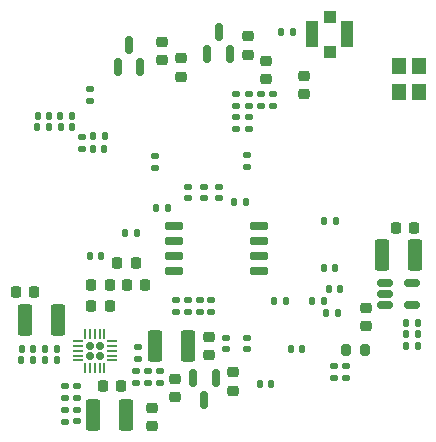
<source format=gbr>
%TF.GenerationSoftware,KiCad,Pcbnew,7.0.7*%
%TF.CreationDate,2023-12-03T17:08:10+03:00*%
%TF.ProjectId,camera_v3s,63616d65-7261-45f7-9633-732e6b696361,rev?*%
%TF.SameCoordinates,Original*%
%TF.FileFunction,Paste,Bot*%
%TF.FilePolarity,Positive*%
%FSLAX46Y46*%
G04 Gerber Fmt 4.6, Leading zero omitted, Abs format (unit mm)*
G04 Created by KiCad (PCBNEW 7.0.7) date 2023-12-03 17:08:10*
%MOMM*%
%LPD*%
G01*
G04 APERTURE LIST*
G04 Aperture macros list*
%AMRoundRect*
0 Rectangle with rounded corners*
0 $1 Rounding radius*
0 $2 $3 $4 $5 $6 $7 $8 $9 X,Y pos of 4 corners*
0 Add a 4 corners polygon primitive as box body*
4,1,4,$2,$3,$4,$5,$6,$7,$8,$9,$2,$3,0*
0 Add four circle primitives for the rounded corners*
1,1,$1+$1,$2,$3*
1,1,$1+$1,$4,$5*
1,1,$1+$1,$6,$7*
1,1,$1+$1,$8,$9*
0 Add four rect primitives between the rounded corners*
20,1,$1+$1,$2,$3,$4,$5,0*
20,1,$1+$1,$4,$5,$6,$7,0*
20,1,$1+$1,$6,$7,$8,$9,0*
20,1,$1+$1,$8,$9,$2,$3,0*%
G04 Aperture macros list end*
%ADD10RoundRect,0.135000X-0.135000X-0.185000X0.135000X-0.185000X0.135000X0.185000X-0.135000X0.185000X0*%
%ADD11RoundRect,0.140000X-0.170000X0.140000X-0.170000X-0.140000X0.170000X-0.140000X0.170000X0.140000X0*%
%ADD12RoundRect,0.140000X-0.140000X-0.170000X0.140000X-0.170000X0.140000X0.170000X-0.140000X0.170000X0*%
%ADD13RoundRect,0.140000X0.170000X-0.140000X0.170000X0.140000X-0.170000X0.140000X-0.170000X-0.140000X0*%
%ADD14RoundRect,0.135000X0.185000X-0.135000X0.185000X0.135000X-0.185000X0.135000X-0.185000X-0.135000X0*%
%ADD15RoundRect,0.135000X-0.185000X0.135000X-0.185000X-0.135000X0.185000X-0.135000X0.185000X0.135000X0*%
%ADD16RoundRect,0.150000X0.150000X-0.587500X0.150000X0.587500X-0.150000X0.587500X-0.150000X-0.587500X0*%
%ADD17RoundRect,0.140000X0.140000X0.170000X-0.140000X0.170000X-0.140000X-0.170000X0.140000X-0.170000X0*%
%ADD18RoundRect,0.167500X-0.167500X-0.167500X0.167500X-0.167500X0.167500X0.167500X-0.167500X0.167500X0*%
%ADD19RoundRect,0.050000X-0.375000X-0.050000X0.375000X-0.050000X0.375000X0.050000X-0.375000X0.050000X0*%
%ADD20RoundRect,0.050000X-0.050000X-0.375000X0.050000X-0.375000X0.050000X0.375000X-0.050000X0.375000X0*%
%ADD21RoundRect,0.225000X-0.225000X-0.250000X0.225000X-0.250000X0.225000X0.250000X-0.225000X0.250000X0*%
%ADD22RoundRect,0.150000X-0.512500X-0.150000X0.512500X-0.150000X0.512500X0.150000X-0.512500X0.150000X0*%
%ADD23RoundRect,0.225000X-0.250000X0.225000X-0.250000X-0.225000X0.250000X-0.225000X0.250000X0.225000X0*%
%ADD24RoundRect,0.225000X0.250000X-0.225000X0.250000X0.225000X-0.250000X0.225000X-0.250000X-0.225000X0*%
%ADD25RoundRect,0.135000X0.135000X0.185000X-0.135000X0.185000X-0.135000X-0.185000X0.135000X-0.185000X0*%
%ADD26RoundRect,0.250000X0.375000X1.075000X-0.375000X1.075000X-0.375000X-1.075000X0.375000X-1.075000X0*%
%ADD27RoundRect,0.250000X-0.375000X-1.075000X0.375000X-1.075000X0.375000X1.075000X-0.375000X1.075000X0*%
%ADD28RoundRect,0.225000X0.225000X0.250000X-0.225000X0.250000X-0.225000X-0.250000X0.225000X-0.250000X0*%
%ADD29RoundRect,0.150000X0.650000X0.150000X-0.650000X0.150000X-0.650000X-0.150000X0.650000X-0.150000X0*%
%ADD30R,1.200000X1.400000*%
%ADD31RoundRect,0.150000X-0.150000X0.587500X-0.150000X-0.587500X0.150000X-0.587500X0.150000X0.587500X0*%
%ADD32R,1.000000X1.000000*%
%ADD33R,1.050000X2.200000*%
%ADD34RoundRect,0.200000X-0.200000X-0.275000X0.200000X-0.275000X0.200000X0.275000X-0.200000X0.275000X0*%
G04 APERTURE END LIST*
D10*
%TO.C,R36*%
X4040000Y-10250000D03*
X5060000Y-10250000D03*
%TD*%
D11*
%TO.C,C69*%
X8550000Y-7070000D03*
X8550000Y-8030000D03*
%TD*%
D12*
%TO.C,C68*%
X4070000Y-9300000D03*
X5030000Y-9300000D03*
%TD*%
%TO.C,C67*%
X6980000Y-10250000D03*
X6020000Y-10250000D03*
%TD*%
D13*
%TO.C,C66*%
X7850000Y-12080000D03*
X7850000Y-11120000D03*
%TD*%
D12*
%TO.C,C65*%
X8770000Y-12150000D03*
X9730000Y-12150000D03*
%TD*%
%TO.C,C64*%
X8790000Y-11050000D03*
X9750000Y-11050000D03*
%TD*%
D14*
%TO.C,R23*%
X23000000Y-8510000D03*
X23000000Y-7490000D03*
%TD*%
D15*
%TO.C,R4*%
X12400000Y-30890000D03*
X12400000Y-31910000D03*
%TD*%
D16*
%TO.C,DA3*%
X12750000Y-5137500D03*
X10850000Y-5137500D03*
X11800000Y-3262500D03*
%TD*%
D15*
%TO.C,R29*%
X21950000Y-7490000D03*
X21950000Y-8510000D03*
%TD*%
D14*
%TO.C,R14*%
X15800000Y-25910000D03*
X15800000Y-24890000D03*
%TD*%
D10*
%TO.C,R2*%
X4690000Y-29000000D03*
X5710000Y-29000000D03*
%TD*%
D17*
%TO.C,C37*%
X25080000Y-25000000D03*
X24120000Y-25000000D03*
%TD*%
D18*
%TO.C,DA1*%
X8514750Y-28790000D03*
X9334750Y-28790000D03*
X8514750Y-29610000D03*
X9334750Y-29610000D03*
D19*
X7474750Y-30000000D03*
X7474750Y-29600000D03*
X7474750Y-29200000D03*
X7474750Y-28800000D03*
X7474750Y-28400000D03*
D20*
X8124750Y-27750000D03*
X8524750Y-27750000D03*
X8924750Y-27750000D03*
X9324750Y-27750000D03*
X9724750Y-27750000D03*
D19*
X10374750Y-28400000D03*
X10374750Y-28800000D03*
X10374750Y-29200000D03*
X10374750Y-29600000D03*
X10374750Y-30000000D03*
D20*
X9724750Y-30650000D03*
X9324750Y-30650000D03*
X8924750Y-30650000D03*
X8524750Y-30650000D03*
X8124750Y-30650000D03*
%TD*%
D21*
%TO.C,C7*%
X9625000Y-32200000D03*
X11175000Y-32200000D03*
%TD*%
D11*
%TO.C,C4*%
X13400000Y-30920000D03*
X13400000Y-31880000D03*
%TD*%
D22*
%TO.C,DA5*%
X33462500Y-25350000D03*
X33462500Y-24400000D03*
X33462500Y-23450000D03*
X35737500Y-23450000D03*
X35737500Y-25350000D03*
%TD*%
D23*
%TO.C,C12*%
X14600000Y-3025000D03*
X14600000Y-4575000D03*
%TD*%
D24*
%TO.C,C61*%
X26600000Y-7475000D03*
X26600000Y-5925000D03*
%TD*%
D25*
%TO.C,R5*%
X5710000Y-30000000D03*
X4690000Y-30000000D03*
%TD*%
D13*
%TO.C,C36*%
X18800000Y-25880000D03*
X18800000Y-24920000D03*
%TD*%
D12*
%TO.C,C55*%
X22920000Y-32000000D03*
X23880000Y-32000000D03*
%TD*%
D26*
%TO.C,L1*%
X16800000Y-28800000D03*
X14000000Y-28800000D03*
%TD*%
D13*
%TO.C,C54*%
X16800000Y-25880000D03*
X16800000Y-24920000D03*
%TD*%
D11*
%TO.C,C35*%
X16800000Y-15320000D03*
X16800000Y-16280000D03*
%TD*%
D10*
%TO.C,R28*%
X35290000Y-27800000D03*
X36310000Y-27800000D03*
%TD*%
D27*
%TO.C,L2*%
X3000000Y-26600000D03*
X5800000Y-26600000D03*
%TD*%
D25*
%TO.C,R13*%
X36310000Y-28800000D03*
X35290000Y-28800000D03*
%TD*%
D13*
%TO.C,C53*%
X20000000Y-29080000D03*
X20000000Y-28120000D03*
%TD*%
D24*
%TO.C,C3*%
X13800000Y-35575000D03*
X13800000Y-34025000D03*
%TD*%
D15*
%TO.C,R16*%
X29150000Y-30440000D03*
X29150000Y-31460000D03*
%TD*%
D23*
%TO.C,C11*%
X21900000Y-2562500D03*
X21900000Y-4112500D03*
%TD*%
D15*
%TO.C,R6*%
X6400000Y-32170000D03*
X6400000Y-33190000D03*
%TD*%
D28*
%TO.C,C22*%
X13175000Y-23650000D03*
X11625000Y-23650000D03*
%TD*%
D29*
%TO.C,DD2*%
X22800000Y-18595000D03*
X22800000Y-19865000D03*
X22800000Y-21135000D03*
X22800000Y-22405000D03*
X15600000Y-22405000D03*
X15600000Y-21135000D03*
X15600000Y-19865000D03*
X15600000Y-18595000D03*
%TD*%
D11*
%TO.C,C26*%
X18200000Y-15320000D03*
X18200000Y-16280000D03*
%TD*%
D24*
%TO.C,C1*%
X18600000Y-29575000D03*
X18600000Y-28025000D03*
%TD*%
D16*
%TO.C,DA2*%
X20350000Y-4037500D03*
X18450000Y-4037500D03*
X19400000Y-2162500D03*
%TD*%
D25*
%TO.C,R12*%
X7010000Y-9300000D03*
X5990000Y-9300000D03*
%TD*%
D13*
%TO.C,C6*%
X7400000Y-35160000D03*
X7400000Y-34200000D03*
%TD*%
D30*
%TO.C,Y3*%
X36350000Y-5100000D03*
X36350000Y-7300000D03*
X34650000Y-7300000D03*
X34650000Y-5100000D03*
%TD*%
D15*
%TO.C,R31*%
X20850000Y-7490000D03*
X20850000Y-8510000D03*
%TD*%
D25*
%TO.C,R21*%
X25710000Y-2200000D03*
X24690000Y-2200000D03*
%TD*%
D24*
%TO.C,C15*%
X16200000Y-5975000D03*
X16200000Y-4425000D03*
%TD*%
D17*
%TO.C,C25*%
X12480000Y-19200000D03*
X11520000Y-19200000D03*
%TD*%
D10*
%TO.C,R17*%
X27290000Y-25000000D03*
X28310000Y-25000000D03*
%TD*%
D27*
%TO.C,L4*%
X33200000Y-21120000D03*
X36000000Y-21120000D03*
%TD*%
D23*
%TO.C,C34*%
X20600000Y-31025000D03*
X20600000Y-32575000D03*
%TD*%
D24*
%TO.C,C29*%
X15700000Y-33125000D03*
X15700000Y-31575000D03*
%TD*%
D26*
%TO.C,L3*%
X11600000Y-34600000D03*
X8800000Y-34600000D03*
%TD*%
D14*
%TO.C,R9*%
X6400000Y-35190000D03*
X6400000Y-34170000D03*
%TD*%
D28*
%TO.C,C2*%
X3775000Y-24200000D03*
X2225000Y-24200000D03*
%TD*%
D11*
%TO.C,C31*%
X19400000Y-15320000D03*
X19400000Y-16280000D03*
%TD*%
D13*
%TO.C,C46*%
X17800000Y-25880000D03*
X17800000Y-24920000D03*
%TD*%
D12*
%TO.C,C16*%
X28520000Y-26000000D03*
X29480000Y-26000000D03*
%TD*%
D14*
%TO.C,R3*%
X7400000Y-33190000D03*
X7400000Y-32170000D03*
%TD*%
D10*
%TO.C,R25*%
X28290000Y-18200000D03*
X29310000Y-18200000D03*
%TD*%
D12*
%TO.C,C5*%
X2720000Y-29000000D03*
X3680000Y-29000000D03*
%TD*%
%TO.C,C28*%
X28720000Y-24000000D03*
X29680000Y-24000000D03*
%TD*%
D31*
%TO.C,DA4*%
X17250000Y-31462500D03*
X19150000Y-31462500D03*
X18200000Y-33337500D03*
%TD*%
D14*
%TO.C,R32*%
X30200000Y-31460000D03*
X30200000Y-30440000D03*
%TD*%
D13*
%TO.C,C20*%
X21800000Y-13600000D03*
X21800000Y-12640000D03*
%TD*%
D10*
%TO.C,R8*%
X2690000Y-30000000D03*
X3710000Y-30000000D03*
%TD*%
%TO.C,R10*%
X20690000Y-16600000D03*
X21710000Y-16600000D03*
%TD*%
D15*
%TO.C,R7*%
X14400000Y-30890000D03*
X14400000Y-31910000D03*
%TD*%
D24*
%TO.C,C14*%
X23400000Y-6175000D03*
X23400000Y-4625000D03*
%TD*%
D32*
%TO.C,X2*%
X28800000Y-3900000D03*
D33*
X27325000Y-2400000D03*
X30275000Y-2400000D03*
D32*
X28800000Y-900000D03*
%TD*%
D14*
%TO.C,R30*%
X21950000Y-10410000D03*
X21950000Y-9390000D03*
%TD*%
D21*
%TO.C,C10*%
X8625000Y-23650000D03*
X10175000Y-23650000D03*
%TD*%
D14*
%TO.C,R34*%
X20850000Y-10410000D03*
X20850000Y-9390000D03*
%TD*%
D28*
%TO.C,C17*%
X12375000Y-21800000D03*
X10825000Y-21800000D03*
%TD*%
D10*
%TO.C,R27*%
X35290000Y-26800000D03*
X36310000Y-26800000D03*
%TD*%
D28*
%TO.C,C41*%
X35975000Y-18800000D03*
X34425000Y-18800000D03*
%TD*%
D12*
%TO.C,C24*%
X8520000Y-21200000D03*
X9480000Y-21200000D03*
%TD*%
D24*
%TO.C,C38*%
X31900000Y-27125000D03*
X31900000Y-25575000D03*
%TD*%
D12*
%TO.C,C44*%
X25520000Y-29000000D03*
X26480000Y-29000000D03*
%TD*%
D13*
%TO.C,C32*%
X14000000Y-13680000D03*
X14000000Y-12720000D03*
%TD*%
D34*
%TO.C,R37*%
X30175000Y-29150000D03*
X31825000Y-29150000D03*
%TD*%
D14*
%TO.C,R22*%
X24000000Y-8510000D03*
X24000000Y-7490000D03*
%TD*%
D13*
%TO.C,C52*%
X21800000Y-29080000D03*
X21800000Y-28120000D03*
%TD*%
D15*
%TO.C,R1*%
X12550000Y-28890000D03*
X12550000Y-29910000D03*
%TD*%
D12*
%TO.C,C57*%
X28320000Y-22200000D03*
X29280000Y-22200000D03*
%TD*%
D21*
%TO.C,C8*%
X8625000Y-25400000D03*
X10175000Y-25400000D03*
%TD*%
D12*
%TO.C,C50*%
X14120000Y-17100000D03*
X15080000Y-17100000D03*
%TD*%
M02*

</source>
